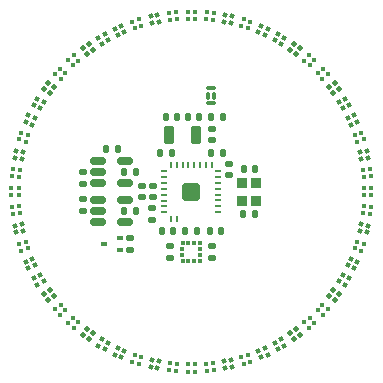
<source format=gbr>
%TF.GenerationSoftware,KiCad,Pcbnew,9.0.2*%
%TF.CreationDate,2025-07-09T19:39:00-04:00*%
%TF.ProjectId,WristWatch,57726973-7457-4617-9463-682e6b696361,rev?*%
%TF.SameCoordinates,Original*%
%TF.FileFunction,Paste,Top*%
%TF.FilePolarity,Positive*%
%FSLAX46Y46*%
G04 Gerber Fmt 4.6, Leading zero omitted, Abs format (unit mm)*
G04 Created by KiCad (PCBNEW 9.0.2) date 2025-07-09 19:39:00*
%MOMM*%
%LPD*%
G01*
G04 APERTURE LIST*
G04 Aperture macros list*
%AMRoundRect*
0 Rectangle with rounded corners*
0 $1 Rounding radius*
0 $2 $3 $4 $5 $6 $7 $8 $9 X,Y pos of 4 corners*
0 Add a 4 corners polygon primitive as box body*
4,1,4,$2,$3,$4,$5,$6,$7,$8,$9,$2,$3,0*
0 Add four circle primitives for the rounded corners*
1,1,$1+$1,$2,$3*
1,1,$1+$1,$4,$5*
1,1,$1+$1,$6,$7*
1,1,$1+$1,$8,$9*
0 Add four rect primitives between the rounded corners*
20,1,$1+$1,$2,$3,$4,$5,0*
20,1,$1+$1,$4,$5,$6,$7,0*
20,1,$1+$1,$6,$7,$8,$9,0*
20,1,$1+$1,$8,$9,$2,$3,0*%
G04 Aperture macros list end*
%ADD10RoundRect,0.140000X0.140000X0.170000X-0.140000X0.170000X-0.140000X-0.170000X0.140000X-0.170000X0*%
%ADD11RoundRect,0.100000X0.100000X-0.100000X0.100000X0.100000X-0.100000X0.100000X-0.100000X-0.100000X0*%
%ADD12RoundRect,0.150000X-0.512500X-0.150000X0.512500X-0.150000X0.512500X0.150000X-0.512500X0.150000X0*%
%ADD13RoundRect,0.100000X-0.132028X0.050681X-0.050681X-0.132028X0.132028X-0.050681X0.050681X0.132028X0*%
%ADD14RoundRect,0.100000X0.136603X-0.036603X0.036603X0.136603X-0.136603X0.036603X-0.036603X-0.136603X0*%
%ADD15RoundRect,0.100000X-0.022123X-0.139680X0.139680X-0.022123X0.022123X0.139680X-0.139680X0.022123X0*%
%ADD16RoundRect,0.100000X-0.050681X-0.132028X0.132028X-0.050681X0.050681X0.132028X-0.132028X0.050681X0*%
%ADD17RoundRect,0.135000X0.185000X-0.135000X0.185000X0.135000X-0.185000X0.135000X-0.185000X-0.135000X0*%
%ADD18RoundRect,0.100000X0.118606X0.077024X-0.077024X0.118606X-0.118606X-0.077024X0.077024X-0.118606X0*%
%ADD19RoundRect,0.250000X-0.495000X0.495000X-0.495000X-0.495000X0.495000X-0.495000X0.495000X0.495000X0*%
%ADD20RoundRect,0.062500X-0.062500X0.187500X-0.062500X-0.187500X0.062500X-0.187500X0.062500X0.187500X0*%
%ADD21RoundRect,0.062500X-0.187500X0.062500X-0.187500X-0.062500X0.187500X-0.062500X0.187500X0.062500X0*%
%ADD22RoundRect,0.100000X-0.022123X0.139680X-0.139680X-0.022123X0.022123X-0.139680X0.139680X0.022123X0*%
%ADD23RoundRect,0.140000X-0.140000X-0.170000X0.140000X-0.170000X0.140000X0.170000X-0.140000X0.170000X0*%
%ADD24RoundRect,0.135000X-0.135000X-0.185000X0.135000X-0.185000X0.135000X0.185000X-0.135000X0.185000X0*%
%ADD25RoundRect,0.100000X0.050681X0.132028X-0.132028X0.050681X-0.050681X-0.132028X0.132028X-0.050681X0*%
%ADD26RoundRect,0.100000X-0.126007X0.064204X-0.064204X-0.126007X0.126007X-0.064204X0.064204X0.126007X0*%
%ADD27RoundRect,0.135000X-0.185000X0.135000X-0.185000X-0.135000X0.185000X-0.135000X0.185000X0.135000X0*%
%ADD28RoundRect,0.100000X0.022123X-0.139680X0.139680X0.022123X-0.022123X0.139680X-0.139680X-0.022123X0*%
%ADD29RoundRect,0.100000X0.077024X-0.118606X0.118606X0.077024X-0.077024X0.118606X-0.118606X-0.077024X0*%
%ADD30RoundRect,0.100000X-0.036603X-0.136603X0.136603X-0.036603X0.036603X0.136603X-0.136603X0.036603X0*%
%ADD31RoundRect,0.135000X0.135000X0.185000X-0.135000X0.185000X-0.135000X-0.185000X0.135000X-0.185000X0*%
%ADD32RoundRect,0.140000X0.170000X-0.140000X0.170000X0.140000X-0.170000X0.140000X-0.170000X-0.140000X0*%
%ADD33RoundRect,0.100000X0.141228X-0.007401X0.007401X0.141228X-0.141228X0.007401X-0.007401X-0.141228X0*%
%ADD34RoundRect,0.100000X-0.141228X0.007401X-0.007401X-0.141228X0.141228X-0.007401X0.007401X0.141228X0*%
%ADD35RoundRect,0.100000X0.064204X0.126007X-0.126007X0.064204X-0.064204X-0.126007X0.126007X-0.064204X0*%
%ADD36RoundRect,0.100000X-0.126007X-0.064204X0.064204X-0.126007X0.126007X0.064204X-0.064204X0.126007X0*%
%ADD37RoundRect,0.140000X-0.170000X0.140000X-0.170000X-0.140000X0.170000X-0.140000X0.170000X0.140000X0*%
%ADD38RoundRect,0.100000X0.050681X-0.132028X0.132028X0.050681X-0.050681X0.132028X-0.132028X-0.050681X0*%
%ADD39R,0.350000X0.375000*%
%ADD40R,0.375000X0.350000*%
%ADD41RoundRect,0.100000X0.077024X0.118606X-0.118606X0.077024X-0.077024X-0.118606X0.118606X-0.077024X0*%
%ADD42RoundRect,0.100000X-0.139680X0.022123X-0.022123X-0.139680X0.139680X-0.022123X0.022123X0.139680X0*%
%ADD43RoundRect,0.100000X0.088999X0.109905X-0.109905X0.088999X-0.088999X-0.109905X0.109905X-0.088999X0*%
%ADD44RoundRect,0.100000X-0.118606X-0.077024X0.077024X-0.118606X0.118606X0.077024X-0.077024X0.118606X0*%
%ADD45RoundRect,0.100000X0.109905X0.088999X-0.088999X0.109905X-0.109905X-0.088999X0.088999X-0.109905X0*%
%ADD46RoundRect,0.100000X-0.109905X-0.088999X0.088999X-0.109905X0.109905X0.088999X-0.088999X0.109905X0*%
%ADD47RoundRect,0.100000X0.064204X-0.126007X0.126007X0.064204X-0.064204X0.126007X-0.126007X-0.064204X0*%
%ADD48RoundRect,0.100000X0.036603X-0.136603X0.136603X0.036603X-0.036603X0.136603X-0.136603X-0.036603X0*%
%ADD49RoundRect,0.100000X-0.100000X-0.100000X0.100000X-0.100000X0.100000X0.100000X-0.100000X0.100000X0*%
%ADD50RoundRect,0.100000X0.036603X0.136603X-0.136603X0.036603X-0.036603X-0.136603X0.136603X-0.036603X0*%
%ADD51RoundRect,0.100000X-0.136603X-0.036603X0.036603X-0.136603X0.136603X0.036603X-0.036603X0.136603X0*%
%ADD52RoundRect,0.100000X-0.100000X0.100000X-0.100000X-0.100000X0.100000X-0.100000X0.100000X0.100000X0*%
%ADD53RoundRect,0.100000X0.022123X0.139680X-0.139680X0.022123X-0.022123X-0.139680X0.139680X-0.022123X0*%
%ADD54RoundRect,0.100000X0.136603X0.036603X-0.036603X0.136603X-0.136603X-0.036603X0.036603X-0.136603X0*%
%ADD55RoundRect,0.147500X0.172500X-0.147500X0.172500X0.147500X-0.172500X0.147500X-0.172500X-0.147500X0*%
%ADD56RoundRect,0.100000X-0.118606X0.077024X-0.077024X-0.118606X0.118606X-0.077024X0.077024X0.118606X0*%
%ADD57RoundRect,0.100000X-0.141228X-0.007401X0.007401X-0.141228X0.141228X0.007401X-0.007401X0.141228X0*%
%ADD58RoundRect,0.100000X-0.077024X0.118606X-0.118606X-0.077024X0.077024X-0.118606X0.118606X0.077024X0*%
%ADD59RoundRect,0.100000X-0.064204X0.126007X-0.126007X-0.064204X0.064204X-0.126007X0.126007X0.064204X0*%
%ADD60RoundRect,0.038260X-0.344340X0.421340X-0.344340X-0.421340X0.344340X-0.421340X0.344340X0.421340X0*%
%ADD61RoundRect,0.100000X0.088999X-0.109905X0.109905X0.088999X-0.088999X0.109905X-0.109905X-0.088999X0*%
%ADD62RoundRect,0.100000X-0.155000X-0.100000X0.155000X-0.100000X0.155000X0.100000X-0.155000X0.100000X0*%
%ADD63RoundRect,0.100000X0.126007X0.064204X-0.064204X0.126007X-0.126007X-0.064204X0.064204X-0.126007X0*%
%ADD64RoundRect,0.100000X-0.088999X0.109905X-0.109905X-0.088999X0.088999X-0.109905X0.109905X0.088999X0*%
%ADD65RoundRect,0.100000X0.139680X0.022123X-0.022123X0.139680X-0.139680X-0.022123X0.022123X-0.139680X0*%
%ADD66RoundRect,0.100000X-0.088999X-0.109905X0.109905X-0.088999X0.088999X0.109905X-0.109905X0.088999X0*%
%ADD67RoundRect,0.100000X-0.136603X0.036603X-0.036603X-0.136603X0.136603X-0.036603X0.036603X0.136603X0*%
%ADD68RoundRect,0.100000X0.132028X0.050681X-0.050681X0.132028X-0.132028X-0.050681X0.050681X-0.132028X0*%
%ADD69RoundRect,0.212500X0.212500X0.587500X-0.212500X0.587500X-0.212500X-0.587500X0.212500X-0.587500X0*%
%ADD70RoundRect,0.100000X-0.132028X-0.050681X0.050681X-0.132028X0.132028X0.050681X-0.050681X0.132028X0*%
%ADD71RoundRect,0.100000X-0.007401X-0.141228X0.141228X-0.007401X0.007401X0.141228X-0.141228X0.007401X0*%
%ADD72RoundRect,0.100000X0.126007X-0.064204X0.064204X0.126007X-0.126007X0.064204X-0.064204X-0.126007X0*%
%ADD73RoundRect,0.100000X0.118606X-0.077024X0.077024X0.118606X-0.118606X0.077024X-0.077024X-0.118606X0*%
%ADD74RoundRect,0.100000X-0.036603X0.136603X-0.136603X-0.036603X0.036603X-0.136603X0.136603X0.036603X0*%
%ADD75RoundRect,0.100000X0.007401X-0.141228X0.141228X0.007401X-0.007401X0.141228X-0.141228X-0.007401X0*%
%ADD76RoundRect,0.100000X0.109905X-0.088999X0.088999X0.109905X-0.109905X0.088999X-0.088999X-0.109905X0*%
%ADD77RoundRect,0.133750X0.133750X0.176250X-0.133750X0.176250X-0.133750X-0.176250X0.133750X-0.176250X0*%
%ADD78RoundRect,0.100000X-0.077024X-0.118606X0.118606X-0.077024X0.077024X0.118606X-0.118606X0.077024X0*%
%ADD79RoundRect,0.100000X-0.109905X0.088999X-0.088999X-0.109905X0.109905X-0.088999X0.088999X0.109905X0*%
%ADD80RoundRect,0.100000X0.141228X0.007401X-0.007401X0.141228X-0.141228X-0.007401X0.007401X-0.141228X0*%
%ADD81RoundRect,0.100000X-0.007401X0.141228X-0.141228X-0.007401X0.007401X-0.141228X0.141228X0.007401X0*%
%ADD82RoundRect,0.100000X-0.064204X-0.126007X0.126007X-0.064204X0.064204X0.126007X-0.126007X0.064204X0*%
%ADD83RoundRect,0.100000X-0.050681X0.132028X-0.132028X-0.050681X0.050681X-0.132028X0.132028X0.050681X0*%
%ADD84RoundRect,0.100000X0.139680X-0.022123X0.022123X0.139680X-0.139680X0.022123X-0.022123X-0.139680X0*%
%ADD85RoundRect,0.100000X0.132028X-0.050681X0.050681X0.132028X-0.132028X0.050681X-0.050681X-0.132028X0*%
%ADD86RoundRect,0.100000X0.007401X0.141228X-0.141228X0.007401X-0.007401X-0.141228X0.141228X-0.007401X0*%
%ADD87RoundRect,0.100000X0.100000X0.100000X-0.100000X0.100000X-0.100000X-0.100000X0.100000X-0.100000X0*%
%ADD88RoundRect,0.100000X-0.139680X-0.022123X0.022123X-0.139680X0.139680X0.022123X-0.022123X0.139680X0*%
%ADD89RoundRect,0.075000X-0.075000X0.225000X-0.075000X-0.225000X0.075000X-0.225000X0.075000X0.225000X0*%
%ADD90RoundRect,0.087500X0.312500X0.087500X-0.312500X0.087500X-0.312500X-0.087500X0.312500X-0.087500X0*%
G04 APERTURE END LIST*
D10*
%TO.C,C14*%
X-4727000Y1651000D03*
X-5687000Y1651000D03*
%TD*%
D11*
%TO.C,D16*%
X-15235200Y300000D03*
X-15235200Y-300000D03*
X-14635200Y-300000D03*
X-14635200Y300000D03*
%TD*%
D12*
%TO.C,U5*%
X-7868500Y2601000D03*
X-7868500Y1651000D03*
X-7868500Y701000D03*
X-5593500Y701000D03*
X-5593500Y2601000D03*
%TD*%
D13*
%TO.C,D50*%
X14040069Y5922650D03*
X13796027Y6470778D03*
X13247899Y6226736D03*
X13491941Y5678608D03*
%TD*%
D14*
%TO.C,D21*%
X-13344071Y-7357792D03*
X-13044071Y-7877408D03*
X-12524455Y-7577408D03*
X-12824455Y-7057792D03*
%TD*%
D15*
%TO.C,D7*%
X-8712320Y12501872D03*
X-9197731Y12149201D03*
X-8845060Y11663790D03*
X-8359649Y12016461D03*
%TD*%
D16*
%TO.C,D5*%
X-5922650Y14040069D03*
X-6470778Y13796027D03*
X-6226736Y13247899D03*
X-5678608Y13491941D03*
%TD*%
D17*
%TO.C,R6*%
X-5207000Y-4955000D03*
X-5207000Y-3935000D03*
%TD*%
D10*
%TO.C,C13*%
X-4727000Y-1651000D03*
X-5687000Y-1651000D03*
%TD*%
D18*
%TO.C,D29*%
X-3461021Y-14839901D03*
X-2874132Y-14964648D03*
X-2749385Y-14377759D03*
X-3336274Y-14253012D03*
%TD*%
D19*
%TO.C,U6*%
X0Y0D03*
D20*
X1750000Y2286000D03*
X1250000Y2286000D03*
X750000Y2286000D03*
X250000Y2286000D03*
X-250000Y2286000D03*
X-750000Y2286000D03*
X-1250000Y2286000D03*
X-1750000Y2286000D03*
D21*
X-2286000Y1750000D03*
X-2286000Y1244600D03*
X-2286000Y744600D03*
X-2286000Y244600D03*
X-2286000Y-255400D03*
X-2290000Y-760000D03*
X-2286000Y-1255400D03*
X-2286000Y-1755400D03*
D20*
X-1750000Y-2286000D03*
X-1250000Y-2286000D03*
D21*
X2286000Y-1750000D03*
X2286000Y-1250000D03*
X2286000Y-750000D03*
X2286000Y-250000D03*
X2286000Y250000D03*
X2286000Y750000D03*
X2286000Y1250000D03*
X2286000Y1750000D03*
%TD*%
D22*
%TO.C,D40*%
X12149201Y-9197731D03*
X12501872Y-8712320D03*
X12016461Y-8359649D03*
X11663790Y-8845060D03*
%TD*%
D23*
%TO.C,C21*%
X-2512000Y-3302000D03*
X-1552000Y-3302000D03*
%TD*%
D24*
%TO.C,R10*%
X-7241000Y3606800D03*
X-6221000Y3606800D03*
%TD*%
D25*
%TO.C,D35*%
X5922650Y-14040069D03*
X6470778Y-13796027D03*
X6226736Y-13247899D03*
X5678608Y-13491941D03*
%TD*%
D26*
%TO.C,D49*%
X14582241Y4422619D03*
X14396831Y4993253D03*
X13826197Y4807843D03*
X14011607Y4237209D03*
%TD*%
D27*
%TO.C,R1*%
X-3352800Y-1369600D03*
X-3352800Y-2389600D03*
%TD*%
D28*
%TO.C,D10*%
X-12149201Y9197731D03*
X-12501872Y8712320D03*
X-12016461Y8359649D03*
X-11663790Y8845060D03*
%TD*%
D29*
%TO.C,D14*%
X-14839901Y3461021D03*
X-14964648Y2874132D03*
X-14377759Y2749385D03*
X-14253012Y3336274D03*
%TD*%
D30*
%TO.C,D6*%
X-7357792Y13344071D03*
X-7877408Y13044071D03*
X-7577408Y12524455D03*
X-7057792Y12824455D03*
%TD*%
D31*
%TO.C,R9*%
X510000Y-3302000D03*
X-510000Y-3302000D03*
%TD*%
D32*
%TO.C,C15*%
X-9144000Y663000D03*
X-9144000Y1623000D03*
%TD*%
D23*
%TO.C,C1*%
X-302200Y6350000D03*
X657800Y6350000D03*
%TD*%
D33*
%TO.C,D23*%
X-11522700Y-9971395D03*
X-11121221Y-10417282D03*
X-10675334Y-10015803D03*
X-11076813Y-9569916D03*
%TD*%
D34*
%TO.C,D53*%
X11522700Y9971395D03*
X11121221Y10417282D03*
X10675334Y10015803D03*
X11076813Y9569916D03*
%TD*%
D35*
%TO.C,D34*%
X4422619Y-14582241D03*
X4993253Y-14396831D03*
X4807843Y-13826197D03*
X4237209Y-14011607D03*
%TD*%
D31*
%TO.C,R12*%
X-1674400Y3302000D03*
X-2694400Y3302000D03*
%TD*%
D36*
%TO.C,D58*%
X4993253Y14396831D03*
X4422619Y14582241D03*
X4237209Y14011607D03*
X4807843Y13826197D03*
%TD*%
D37*
%TO.C,C12*%
X-9144000Y-663000D03*
X-9144000Y-1623000D03*
%TD*%
D38*
%TO.C,D12*%
X-13796027Y6470778D03*
X-14040069Y5922650D03*
X-13491941Y5678608D03*
X-13247899Y6226736D03*
%TD*%
D39*
%TO.C,U3*%
X750000Y-4317500D03*
X250000Y-4317500D03*
X-250000Y-4317500D03*
X-750000Y-4317500D03*
D40*
X-762500Y-4830000D03*
X-762500Y-5330000D03*
D39*
X-750000Y-5842500D03*
X-250000Y-5842500D03*
X250000Y-5842500D03*
X750000Y-5842500D03*
D40*
X762500Y-5330000D03*
X762500Y-4830000D03*
%TD*%
D41*
%TO.C,D33*%
X2874132Y-14964648D03*
X3461021Y-14839901D03*
X3336274Y-14253012D03*
X2749385Y-14377759D03*
%TD*%
D42*
%TO.C,D52*%
X12501872Y8712320D03*
X12149201Y9197731D03*
X11663790Y8845060D03*
X12016461Y8359649D03*
%TD*%
D43*
%TO.C,D32*%
X1294156Y-15183098D03*
X1890869Y-15120381D03*
X1828152Y-14523668D03*
X1231439Y-14586385D03*
%TD*%
D44*
%TO.C,D59*%
X3461021Y14839901D03*
X2874132Y14964648D03*
X2749385Y14377759D03*
X3336274Y14253012D03*
%TD*%
D10*
%TO.C,C16*%
X5372987Y1905000D03*
X4412987Y1905000D03*
%TD*%
D45*
%TO.C,D30*%
X-1890869Y-15120381D03*
X-1294156Y-15183098D03*
X-1231439Y-14586385D03*
X-1828152Y-14523668D03*
%TD*%
D46*
%TO.C,D60*%
X1890869Y15120381D03*
X1294156Y15183098D03*
X1231439Y14586385D03*
X1828152Y14523668D03*
%TD*%
D23*
%TO.C,C19*%
X1679000Y6350000D03*
X2639000Y6350000D03*
%TD*%
D47*
%TO.C,D13*%
X-14396831Y4993253D03*
X-14582241Y4422619D03*
X-14011607Y4237209D03*
X-13826197Y4807843D03*
%TD*%
D48*
%TO.C,D11*%
X-13044071Y7877408D03*
X-13344071Y7357792D03*
X-12824455Y7057792D03*
X-12524455Y7577408D03*
%TD*%
D49*
%TO.C,D1*%
X300000Y15235200D03*
X-300000Y15235200D03*
X-300000Y14635200D03*
X300000Y14635200D03*
%TD*%
D37*
%TO.C,C17*%
X-4165600Y480000D03*
X-4165600Y-480000D03*
%TD*%
D50*
%TO.C,D36*%
X7357792Y-13344071D03*
X7877408Y-13044071D03*
X7577408Y-12524455D03*
X7057792Y-12824455D03*
%TD*%
D51*
%TO.C,D56*%
X7877408Y13044071D03*
X7357792Y13344071D03*
X7057792Y12824455D03*
X7577408Y12524455D03*
%TD*%
D52*
%TO.C,D46*%
X15235200Y-300000D03*
X15235200Y300000D03*
X14635200Y300000D03*
X14635200Y-300000D03*
%TD*%
D53*
%TO.C,D37*%
X8712320Y-12501872D03*
X9197731Y-12149201D03*
X8845060Y-11663790D03*
X8359649Y-12016461D03*
%TD*%
D54*
%TO.C,D26*%
X-7877408Y-13044071D03*
X-7357792Y-13344071D03*
X-7057792Y-12824455D03*
X-7577408Y-12524455D03*
%TD*%
D55*
%TO.C,L2*%
X1778000Y4341000D03*
X1778000Y5311000D03*
%TD*%
D56*
%TO.C,D48*%
X14964648Y2874132D03*
X14839901Y3461021D03*
X14253012Y3336274D03*
X14377759Y2749385D03*
%TD*%
D57*
%TO.C,D54*%
X10417282Y11121221D03*
X9971395Y11522700D03*
X9569916Y11076813D03*
X10015803Y10675334D03*
%TD*%
D58*
%TO.C,D44*%
X14839901Y-3461021D03*
X14964648Y-2874132D03*
X14377759Y-2749385D03*
X14253012Y-3336274D03*
%TD*%
D23*
%TO.C,C18*%
X1679000Y3302000D03*
X2639000Y3302000D03*
%TD*%
D10*
%TO.C,C4*%
X-1221800Y6350000D03*
X-2181800Y6350000D03*
%TD*%
D59*
%TO.C,D43*%
X14396831Y-4993253D03*
X14582241Y-4422619D03*
X14011607Y-4237209D03*
X13826197Y-4807843D03*
%TD*%
D60*
%TO.C,Y2*%
X4282387Y759600D03*
X4282387Y-759600D03*
X5447587Y-759600D03*
X5447587Y759600D03*
%TD*%
D61*
%TO.C,D15*%
X-15120381Y1890869D03*
X-15183098Y1294156D03*
X-14586385Y1231439D03*
X-14523668Y1828152D03*
%TD*%
D27*
%TO.C,R7*%
X1778000Y-4570000D03*
X1778000Y-5590000D03*
%TD*%
D62*
%TO.C,Q1*%
X-6086000Y-4945000D03*
X-6086000Y-3945000D03*
X-7376000Y-4445000D03*
%TD*%
D63*
%TO.C,D28*%
X-4993253Y-14396831D03*
X-4422619Y-14582241D03*
X-4237209Y-14011607D03*
X-4807843Y-13826197D03*
%TD*%
D64*
%TO.C,D45*%
X15120381Y-1890869D03*
X15183098Y-1294156D03*
X14586385Y-1231439D03*
X14523668Y-1828152D03*
%TD*%
D65*
%TO.C,D25*%
X-9197731Y-12149201D03*
X-8712320Y-12501872D03*
X-8359649Y-12016461D03*
X-8845060Y-11663790D03*
%TD*%
D66*
%TO.C,D2*%
X-1294156Y15183098D03*
X-1890869Y15120381D03*
X-1828152Y14523668D03*
X-1231439Y14586385D03*
%TD*%
D67*
%TO.C,D51*%
X13344071Y7357792D03*
X13044071Y7877408D03*
X12524455Y7577408D03*
X12824455Y7057792D03*
%TD*%
D68*
%TO.C,D27*%
X-6470778Y-13796027D03*
X-5922650Y-14040069D03*
X-5678608Y-13491941D03*
X-6226736Y-13247899D03*
%TD*%
D69*
%TO.C,Y3*%
X413000Y4826000D03*
X-1937000Y4826000D03*
%TD*%
D70*
%TO.C,D57*%
X6470778Y13796027D03*
X5922650Y14040069D03*
X5678608Y13491941D03*
X6226736Y13247899D03*
%TD*%
D71*
%TO.C,D8*%
X-9971395Y11522700D03*
X-10417282Y11121221D03*
X-10015803Y10675334D03*
X-9569916Y11076813D03*
%TD*%
D72*
%TO.C,D19*%
X-14582241Y-4422619D03*
X-14396831Y-4993253D03*
X-13826197Y-4807843D03*
X-14011607Y-4237209D03*
%TD*%
D32*
%TO.C,C22*%
X-3225800Y-480000D03*
X-3225800Y480000D03*
%TD*%
D73*
%TO.C,D18*%
X-14964648Y-2874132D03*
X-14839901Y-3461021D03*
X-14253012Y-3336274D03*
X-14377759Y-2749385D03*
%TD*%
D74*
%TO.C,D41*%
X13044071Y-7877408D03*
X13344071Y-7357792D03*
X12824455Y-7057792D03*
X12524455Y-7577408D03*
%TD*%
D75*
%TO.C,D9*%
X-11121221Y10417282D03*
X-11522700Y9971395D03*
X-11076813Y9569916D03*
X-10675334Y10015803D03*
%TD*%
D12*
%TO.C,U4*%
X-7868500Y-701000D03*
X-7868500Y-1651000D03*
X-7868500Y-2601000D03*
X-5593500Y-2601000D03*
X-5593500Y-701000D03*
%TD*%
D76*
%TO.C,D17*%
X-15183098Y-1294156D03*
X-15120381Y-1890869D03*
X-14523668Y-1828152D03*
X-14586385Y-1231439D03*
%TD*%
D77*
%TO.C,C21*%
X2524500Y-3302000D03*
X1539500Y-3302000D03*
%TD*%
D78*
%TO.C,D3*%
X-2874132Y14964648D03*
X-3461021Y14839901D03*
X-3336274Y14253012D03*
X-2749385Y14377759D03*
%TD*%
D23*
%TO.C,C7*%
X4384987Y-1905000D03*
X5344987Y-1905000D03*
%TD*%
D79*
%TO.C,D47*%
X15183098Y1294156D03*
X15120381Y1890869D03*
X14523668Y1828152D03*
X14586385Y1231439D03*
%TD*%
D37*
%TO.C,C20*%
X3200400Y2334200D03*
X3200400Y1374200D03*
%TD*%
D80*
%TO.C,D24*%
X-10417282Y-11121221D03*
X-9971395Y-11522700D03*
X-9569916Y-11076813D03*
X-10015803Y-10675334D03*
%TD*%
D81*
%TO.C,D39*%
X11121221Y-10417282D03*
X11522700Y-9971395D03*
X11076813Y-9569916D03*
X10675334Y-10015803D03*
%TD*%
D82*
%TO.C,D4*%
X-4422619Y14582241D03*
X-4993253Y14396831D03*
X-4807843Y13826197D03*
X-4237209Y14011607D03*
%TD*%
D83*
%TO.C,D42*%
X13796027Y-6470778D03*
X14040069Y-5922650D03*
X13491941Y-5678608D03*
X13247899Y-6226736D03*
%TD*%
D84*
%TO.C,D22*%
X-12501872Y-8712320D03*
X-12149201Y-9197731D03*
X-11663790Y-8845060D03*
X-12016461Y-8359649D03*
%TD*%
D85*
%TO.C,D20*%
X-14040069Y-5922650D03*
X-13796027Y-6470778D03*
X-13247899Y-6226736D03*
X-13491941Y-5678608D03*
%TD*%
D27*
%TO.C,R8*%
X-1778000Y-4570000D03*
X-1778000Y-5590000D03*
%TD*%
D86*
%TO.C,D38*%
X9971395Y-11522700D03*
X10417282Y-11121221D03*
X10015803Y-10675334D03*
X9569916Y-11076813D03*
%TD*%
D87*
%TO.C,D31*%
X-300000Y-15235200D03*
X300000Y-15235200D03*
X300000Y-14635200D03*
X-300000Y-14635200D03*
%TD*%
D88*
%TO.C,D55*%
X9197731Y12149201D03*
X8712320Y12501872D03*
X8359649Y12016461D03*
X8845060Y11663790D03*
%TD*%
D89*
%TO.C,AE1*%
X1901000Y8118400D03*
D90*
X1651000Y7493400D03*
X1651000Y8743400D03*
D89*
X1401000Y8068400D03*
%TD*%
M02*

</source>
